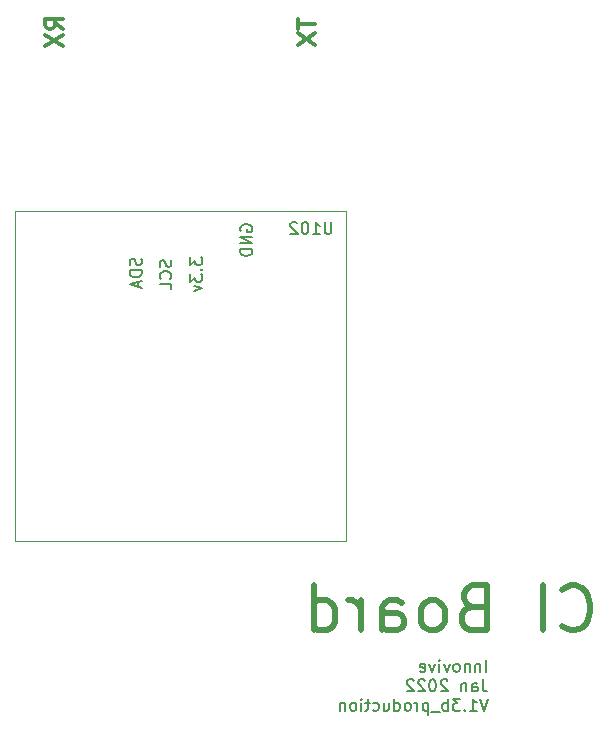
<source format=gbr>
G04 #@! TF.GenerationSoftware,KiCad,Pcbnew,(5.1.10)-1*
G04 #@! TF.CreationDate,2022-05-03T09:39:20-07:00*
G04 #@! TF.ProjectId,CI_ComPCB,43495f43-6f6d-4504-9342-2e6b69636164,rev?*
G04 #@! TF.SameCoordinates,Original*
G04 #@! TF.FileFunction,Legend,Bot*
G04 #@! TF.FilePolarity,Positive*
%FSLAX46Y46*%
G04 Gerber Fmt 4.6, Leading zero omitted, Abs format (unit mm)*
G04 Created by KiCad (PCBNEW (5.1.10)-1) date 2022-05-03 09:39:20*
%MOMM*%
%LPD*%
G01*
G04 APERTURE LIST*
%ADD10C,0.300000*%
%ADD11C,0.150000*%
%ADD12C,0.508000*%
%ADD13C,0.120000*%
G04 APERTURE END LIST*
D10*
X147318571Y-67987142D02*
X147318571Y-68844285D01*
X148818571Y-68415714D02*
X147318571Y-68415714D01*
X147318571Y-69201428D02*
X148818571Y-70201428D01*
X147318571Y-70201428D02*
X148818571Y-69201428D01*
X127458571Y-68810000D02*
X126744285Y-68310000D01*
X127458571Y-67952857D02*
X125958571Y-67952857D01*
X125958571Y-68524285D01*
X126030000Y-68667142D01*
X126101428Y-68738571D01*
X126244285Y-68810000D01*
X126458571Y-68810000D01*
X126601428Y-68738571D01*
X126672857Y-68667142D01*
X126744285Y-68524285D01*
X126744285Y-67952857D01*
X125958571Y-69310000D02*
X127458571Y-70310000D01*
X125958571Y-70310000D02*
X127458571Y-69310000D01*
D11*
X134044761Y-88275714D02*
X134092380Y-88418571D01*
X134092380Y-88656666D01*
X134044761Y-88751904D01*
X133997142Y-88799523D01*
X133901904Y-88847142D01*
X133806666Y-88847142D01*
X133711428Y-88799523D01*
X133663809Y-88751904D01*
X133616190Y-88656666D01*
X133568571Y-88466190D01*
X133520952Y-88370952D01*
X133473333Y-88323333D01*
X133378095Y-88275714D01*
X133282857Y-88275714D01*
X133187619Y-88323333D01*
X133140000Y-88370952D01*
X133092380Y-88466190D01*
X133092380Y-88704285D01*
X133140000Y-88847142D01*
X134092380Y-89275714D02*
X133092380Y-89275714D01*
X133092380Y-89513809D01*
X133140000Y-89656666D01*
X133235238Y-89751904D01*
X133330476Y-89799523D01*
X133520952Y-89847142D01*
X133663809Y-89847142D01*
X133854285Y-89799523D01*
X133949523Y-89751904D01*
X134044761Y-89656666D01*
X134092380Y-89513809D01*
X134092380Y-89275714D01*
X133806666Y-90228095D02*
X133806666Y-90704285D01*
X134092380Y-90132857D02*
X133092380Y-90466190D01*
X134092380Y-90799523D01*
X136574761Y-88409523D02*
X136622380Y-88552380D01*
X136622380Y-88790476D01*
X136574761Y-88885714D01*
X136527142Y-88933333D01*
X136431904Y-88980952D01*
X136336666Y-88980952D01*
X136241428Y-88933333D01*
X136193809Y-88885714D01*
X136146190Y-88790476D01*
X136098571Y-88600000D01*
X136050952Y-88504761D01*
X136003333Y-88457142D01*
X135908095Y-88409523D01*
X135812857Y-88409523D01*
X135717619Y-88457142D01*
X135670000Y-88504761D01*
X135622380Y-88600000D01*
X135622380Y-88838095D01*
X135670000Y-88980952D01*
X136527142Y-89980952D02*
X136574761Y-89933333D01*
X136622380Y-89790476D01*
X136622380Y-89695238D01*
X136574761Y-89552380D01*
X136479523Y-89457142D01*
X136384285Y-89409523D01*
X136193809Y-89361904D01*
X136050952Y-89361904D01*
X135860476Y-89409523D01*
X135765238Y-89457142D01*
X135670000Y-89552380D01*
X135622380Y-89695238D01*
X135622380Y-89790476D01*
X135670000Y-89933333D01*
X135717619Y-89980952D01*
X136622380Y-90885714D02*
X136622380Y-90409523D01*
X135622380Y-90409523D01*
X138222380Y-88171428D02*
X138222380Y-88790476D01*
X138603333Y-88457142D01*
X138603333Y-88600000D01*
X138650952Y-88695238D01*
X138698571Y-88742857D01*
X138793809Y-88790476D01*
X139031904Y-88790476D01*
X139127142Y-88742857D01*
X139174761Y-88695238D01*
X139222380Y-88600000D01*
X139222380Y-88314285D01*
X139174761Y-88219047D01*
X139127142Y-88171428D01*
X139127142Y-89219047D02*
X139174761Y-89266666D01*
X139222380Y-89219047D01*
X139174761Y-89171428D01*
X139127142Y-89219047D01*
X139222380Y-89219047D01*
X138222380Y-89600000D02*
X138222380Y-90219047D01*
X138603333Y-89885714D01*
X138603333Y-90028571D01*
X138650952Y-90123809D01*
X138698571Y-90171428D01*
X138793809Y-90219047D01*
X139031904Y-90219047D01*
X139127142Y-90171428D01*
X139174761Y-90123809D01*
X139222380Y-90028571D01*
X139222380Y-89742857D01*
X139174761Y-89647619D01*
X139127142Y-89600000D01*
X138555714Y-90552380D02*
X139222380Y-90790476D01*
X138555714Y-91028571D01*
X142500000Y-85948095D02*
X142452380Y-85852857D01*
X142452380Y-85710000D01*
X142500000Y-85567142D01*
X142595238Y-85471904D01*
X142690476Y-85424285D01*
X142880952Y-85376666D01*
X143023809Y-85376666D01*
X143214285Y-85424285D01*
X143309523Y-85471904D01*
X143404761Y-85567142D01*
X143452380Y-85710000D01*
X143452380Y-85805238D01*
X143404761Y-85948095D01*
X143357142Y-85995714D01*
X143023809Y-85995714D01*
X143023809Y-85805238D01*
X143452380Y-86424285D02*
X142452380Y-86424285D01*
X143452380Y-86995714D01*
X142452380Y-86995714D01*
X143452380Y-87471904D02*
X142452380Y-87471904D01*
X142452380Y-87710000D01*
X142500000Y-87852857D01*
X142595238Y-87948095D01*
X142690476Y-87995714D01*
X142880952Y-88043333D01*
X143023809Y-88043333D01*
X143214285Y-87995714D01*
X143309523Y-87948095D01*
X143404761Y-87852857D01*
X143452380Y-87710000D01*
X143452380Y-87471904D01*
D12*
X169724285Y-119390714D02*
X169905714Y-119572142D01*
X170450000Y-119753571D01*
X170812857Y-119753571D01*
X171357142Y-119572142D01*
X171720000Y-119209285D01*
X171901428Y-118846428D01*
X172082857Y-118120714D01*
X172082857Y-117576428D01*
X171901428Y-116850714D01*
X171720000Y-116487857D01*
X171357142Y-116125000D01*
X170812857Y-115943571D01*
X170450000Y-115943571D01*
X169905714Y-116125000D01*
X169724285Y-116306428D01*
X168091428Y-119753571D02*
X168091428Y-115943571D01*
X162104285Y-117757857D02*
X161560000Y-117939285D01*
X161378571Y-118120714D01*
X161197142Y-118483571D01*
X161197142Y-119027857D01*
X161378571Y-119390714D01*
X161560000Y-119572142D01*
X161922857Y-119753571D01*
X163374285Y-119753571D01*
X163374285Y-115943571D01*
X162104285Y-115943571D01*
X161741428Y-116125000D01*
X161560000Y-116306428D01*
X161378571Y-116669285D01*
X161378571Y-117032142D01*
X161560000Y-117395000D01*
X161741428Y-117576428D01*
X162104285Y-117757857D01*
X163374285Y-117757857D01*
X159020000Y-119753571D02*
X159382857Y-119572142D01*
X159564285Y-119390714D01*
X159745714Y-119027857D01*
X159745714Y-117939285D01*
X159564285Y-117576428D01*
X159382857Y-117395000D01*
X159020000Y-117213571D01*
X158475714Y-117213571D01*
X158112857Y-117395000D01*
X157931428Y-117576428D01*
X157750000Y-117939285D01*
X157750000Y-119027857D01*
X157931428Y-119390714D01*
X158112857Y-119572142D01*
X158475714Y-119753571D01*
X159020000Y-119753571D01*
X154484285Y-119753571D02*
X154484285Y-117757857D01*
X154665714Y-117395000D01*
X155028571Y-117213571D01*
X155754285Y-117213571D01*
X156117142Y-117395000D01*
X154484285Y-119572142D02*
X154847142Y-119753571D01*
X155754285Y-119753571D01*
X156117142Y-119572142D01*
X156298571Y-119209285D01*
X156298571Y-118846428D01*
X156117142Y-118483571D01*
X155754285Y-118302142D01*
X154847142Y-118302142D01*
X154484285Y-118120714D01*
X152670000Y-119753571D02*
X152670000Y-117213571D01*
X152670000Y-117939285D02*
X152488571Y-117576428D01*
X152307142Y-117395000D01*
X151944285Y-117213571D01*
X151581428Y-117213571D01*
X148678571Y-119753571D02*
X148678571Y-115943571D01*
X148678571Y-119572142D02*
X149041428Y-119753571D01*
X149767142Y-119753571D01*
X150130000Y-119572142D01*
X150311428Y-119390714D01*
X150492857Y-119027857D01*
X150492857Y-117939285D01*
X150311428Y-117576428D01*
X150130000Y-117395000D01*
X149767142Y-117213571D01*
X149041428Y-117213571D01*
X148678571Y-117395000D01*
D11*
X163264404Y-123252380D02*
X163264404Y-122252380D01*
X162788214Y-122585714D02*
X162788214Y-123252380D01*
X162788214Y-122680952D02*
X162740595Y-122633333D01*
X162645357Y-122585714D01*
X162502500Y-122585714D01*
X162407261Y-122633333D01*
X162359642Y-122728571D01*
X162359642Y-123252380D01*
X161883452Y-122585714D02*
X161883452Y-123252380D01*
X161883452Y-122680952D02*
X161835833Y-122633333D01*
X161740595Y-122585714D01*
X161597738Y-122585714D01*
X161502500Y-122633333D01*
X161454880Y-122728571D01*
X161454880Y-123252380D01*
X160835833Y-123252380D02*
X160931071Y-123204761D01*
X160978690Y-123157142D01*
X161026309Y-123061904D01*
X161026309Y-122776190D01*
X160978690Y-122680952D01*
X160931071Y-122633333D01*
X160835833Y-122585714D01*
X160692976Y-122585714D01*
X160597738Y-122633333D01*
X160550119Y-122680952D01*
X160502500Y-122776190D01*
X160502500Y-123061904D01*
X160550119Y-123157142D01*
X160597738Y-123204761D01*
X160692976Y-123252380D01*
X160835833Y-123252380D01*
X160169166Y-122585714D02*
X159931071Y-123252380D01*
X159692976Y-122585714D01*
X159312023Y-123252380D02*
X159312023Y-122585714D01*
X159312023Y-122252380D02*
X159359642Y-122300000D01*
X159312023Y-122347619D01*
X159264404Y-122300000D01*
X159312023Y-122252380D01*
X159312023Y-122347619D01*
X158931071Y-122585714D02*
X158692976Y-123252380D01*
X158454880Y-122585714D01*
X157692976Y-123204761D02*
X157788214Y-123252380D01*
X157978690Y-123252380D01*
X158073928Y-123204761D01*
X158121547Y-123109523D01*
X158121547Y-122728571D01*
X158073928Y-122633333D01*
X157978690Y-122585714D01*
X157788214Y-122585714D01*
X157692976Y-122633333D01*
X157645357Y-122728571D01*
X157645357Y-122823809D01*
X158121547Y-122919047D01*
X162978690Y-123902380D02*
X162978690Y-124616666D01*
X163026309Y-124759523D01*
X163121547Y-124854761D01*
X163264404Y-124902380D01*
X163359642Y-124902380D01*
X162073928Y-124902380D02*
X162073928Y-124378571D01*
X162121547Y-124283333D01*
X162216785Y-124235714D01*
X162407261Y-124235714D01*
X162502500Y-124283333D01*
X162073928Y-124854761D02*
X162169166Y-124902380D01*
X162407261Y-124902380D01*
X162502500Y-124854761D01*
X162550119Y-124759523D01*
X162550119Y-124664285D01*
X162502500Y-124569047D01*
X162407261Y-124521428D01*
X162169166Y-124521428D01*
X162073928Y-124473809D01*
X161597738Y-124235714D02*
X161597738Y-124902380D01*
X161597738Y-124330952D02*
X161550119Y-124283333D01*
X161454880Y-124235714D01*
X161312023Y-124235714D01*
X161216785Y-124283333D01*
X161169166Y-124378571D01*
X161169166Y-124902380D01*
X159978690Y-123997619D02*
X159931071Y-123950000D01*
X159835833Y-123902380D01*
X159597738Y-123902380D01*
X159502500Y-123950000D01*
X159454880Y-123997619D01*
X159407261Y-124092857D01*
X159407261Y-124188095D01*
X159454880Y-124330952D01*
X160026309Y-124902380D01*
X159407261Y-124902380D01*
X158788214Y-123902380D02*
X158692976Y-123902380D01*
X158597738Y-123950000D01*
X158550119Y-123997619D01*
X158502500Y-124092857D01*
X158454880Y-124283333D01*
X158454880Y-124521428D01*
X158502500Y-124711904D01*
X158550119Y-124807142D01*
X158597738Y-124854761D01*
X158692976Y-124902380D01*
X158788214Y-124902380D01*
X158883452Y-124854761D01*
X158931071Y-124807142D01*
X158978690Y-124711904D01*
X159026309Y-124521428D01*
X159026309Y-124283333D01*
X158978690Y-124092857D01*
X158931071Y-123997619D01*
X158883452Y-123950000D01*
X158788214Y-123902380D01*
X158073928Y-123997619D02*
X158026309Y-123950000D01*
X157931071Y-123902380D01*
X157692976Y-123902380D01*
X157597738Y-123950000D01*
X157550119Y-123997619D01*
X157502500Y-124092857D01*
X157502500Y-124188095D01*
X157550119Y-124330952D01*
X158121547Y-124902380D01*
X157502500Y-124902380D01*
X157121547Y-123997619D02*
X157073928Y-123950000D01*
X156978690Y-123902380D01*
X156740595Y-123902380D01*
X156645357Y-123950000D01*
X156597738Y-123997619D01*
X156550119Y-124092857D01*
X156550119Y-124188095D01*
X156597738Y-124330952D01*
X157169166Y-124902380D01*
X156550119Y-124902380D01*
X163407261Y-125552380D02*
X163073928Y-126552380D01*
X162740595Y-125552380D01*
X161883452Y-126552380D02*
X162454880Y-126552380D01*
X162169166Y-126552380D02*
X162169166Y-125552380D01*
X162264404Y-125695238D01*
X162359642Y-125790476D01*
X162454880Y-125838095D01*
X161454880Y-126457142D02*
X161407261Y-126504761D01*
X161454880Y-126552380D01*
X161502500Y-126504761D01*
X161454880Y-126457142D01*
X161454880Y-126552380D01*
X161073928Y-125552380D02*
X160454880Y-125552380D01*
X160788214Y-125933333D01*
X160645357Y-125933333D01*
X160550119Y-125980952D01*
X160502500Y-126028571D01*
X160454880Y-126123809D01*
X160454880Y-126361904D01*
X160502500Y-126457142D01*
X160550119Y-126504761D01*
X160645357Y-126552380D01*
X160931071Y-126552380D01*
X161026309Y-126504761D01*
X161073928Y-126457142D01*
X160026309Y-126552380D02*
X160026309Y-125552380D01*
X160026309Y-125933333D02*
X159931071Y-125885714D01*
X159740595Y-125885714D01*
X159645357Y-125933333D01*
X159597738Y-125980952D01*
X159550119Y-126076190D01*
X159550119Y-126361904D01*
X159597738Y-126457142D01*
X159645357Y-126504761D01*
X159740595Y-126552380D01*
X159931071Y-126552380D01*
X160026309Y-126504761D01*
X159359642Y-126647619D02*
X158597738Y-126647619D01*
X158359642Y-125885714D02*
X158359642Y-126885714D01*
X158359642Y-125933333D02*
X158264404Y-125885714D01*
X158073928Y-125885714D01*
X157978690Y-125933333D01*
X157931071Y-125980952D01*
X157883452Y-126076190D01*
X157883452Y-126361904D01*
X157931071Y-126457142D01*
X157978690Y-126504761D01*
X158073928Y-126552380D01*
X158264404Y-126552380D01*
X158359642Y-126504761D01*
X157454880Y-126552380D02*
X157454880Y-125885714D01*
X157454880Y-126076190D02*
X157407261Y-125980952D01*
X157359642Y-125933333D01*
X157264404Y-125885714D01*
X157169166Y-125885714D01*
X156692976Y-126552380D02*
X156788214Y-126504761D01*
X156835833Y-126457142D01*
X156883452Y-126361904D01*
X156883452Y-126076190D01*
X156835833Y-125980952D01*
X156788214Y-125933333D01*
X156692976Y-125885714D01*
X156550119Y-125885714D01*
X156454880Y-125933333D01*
X156407261Y-125980952D01*
X156359642Y-126076190D01*
X156359642Y-126361904D01*
X156407261Y-126457142D01*
X156454880Y-126504761D01*
X156550119Y-126552380D01*
X156692976Y-126552380D01*
X155502500Y-126552380D02*
X155502500Y-125552380D01*
X155502500Y-126504761D02*
X155597738Y-126552380D01*
X155788214Y-126552380D01*
X155883452Y-126504761D01*
X155931071Y-126457142D01*
X155978690Y-126361904D01*
X155978690Y-126076190D01*
X155931071Y-125980952D01*
X155883452Y-125933333D01*
X155788214Y-125885714D01*
X155597738Y-125885714D01*
X155502500Y-125933333D01*
X154597738Y-125885714D02*
X154597738Y-126552380D01*
X155026309Y-125885714D02*
X155026309Y-126409523D01*
X154978690Y-126504761D01*
X154883452Y-126552380D01*
X154740595Y-126552380D01*
X154645357Y-126504761D01*
X154597738Y-126457142D01*
X153692976Y-126504761D02*
X153788214Y-126552380D01*
X153978690Y-126552380D01*
X154073928Y-126504761D01*
X154121547Y-126457142D01*
X154169166Y-126361904D01*
X154169166Y-126076190D01*
X154121547Y-125980952D01*
X154073928Y-125933333D01*
X153978690Y-125885714D01*
X153788214Y-125885714D01*
X153692976Y-125933333D01*
X153407261Y-125885714D02*
X153026309Y-125885714D01*
X153264404Y-125552380D02*
X153264404Y-126409523D01*
X153216785Y-126504761D01*
X153121547Y-126552380D01*
X153026309Y-126552380D01*
X152692976Y-126552380D02*
X152692976Y-125885714D01*
X152692976Y-125552380D02*
X152740595Y-125600000D01*
X152692976Y-125647619D01*
X152645357Y-125600000D01*
X152692976Y-125552380D01*
X152692976Y-125647619D01*
X152073928Y-126552380D02*
X152169166Y-126504761D01*
X152216785Y-126457142D01*
X152264404Y-126361904D01*
X152264404Y-126076190D01*
X152216785Y-125980952D01*
X152169166Y-125933333D01*
X152073928Y-125885714D01*
X151931071Y-125885714D01*
X151835833Y-125933333D01*
X151788214Y-125980952D01*
X151740595Y-126076190D01*
X151740595Y-126361904D01*
X151788214Y-126457142D01*
X151835833Y-126504761D01*
X151931071Y-126552380D01*
X152073928Y-126552380D01*
X151312023Y-125885714D02*
X151312023Y-126552380D01*
X151312023Y-125980952D02*
X151264404Y-125933333D01*
X151169166Y-125885714D01*
X151026309Y-125885714D01*
X150931071Y-125933333D01*
X150883452Y-126028571D01*
X150883452Y-126552380D01*
D13*
X123393500Y-84220000D02*
X151393500Y-84220000D01*
X123393500Y-112220000D02*
X123393500Y-84220000D01*
X151393500Y-112220000D02*
X123393500Y-112220000D01*
X151393500Y-84220000D02*
X151393500Y-112220000D01*
D11*
X150164285Y-85192380D02*
X150164285Y-86001904D01*
X150116666Y-86097142D01*
X150069047Y-86144761D01*
X149973809Y-86192380D01*
X149783333Y-86192380D01*
X149688095Y-86144761D01*
X149640476Y-86097142D01*
X149592857Y-86001904D01*
X149592857Y-85192380D01*
X148592857Y-86192380D02*
X149164285Y-86192380D01*
X148878571Y-86192380D02*
X148878571Y-85192380D01*
X148973809Y-85335238D01*
X149069047Y-85430476D01*
X149164285Y-85478095D01*
X147973809Y-85192380D02*
X147878571Y-85192380D01*
X147783333Y-85240000D01*
X147735714Y-85287619D01*
X147688095Y-85382857D01*
X147640476Y-85573333D01*
X147640476Y-85811428D01*
X147688095Y-86001904D01*
X147735714Y-86097142D01*
X147783333Y-86144761D01*
X147878571Y-86192380D01*
X147973809Y-86192380D01*
X148069047Y-86144761D01*
X148116666Y-86097142D01*
X148164285Y-86001904D01*
X148211904Y-85811428D01*
X148211904Y-85573333D01*
X148164285Y-85382857D01*
X148116666Y-85287619D01*
X148069047Y-85240000D01*
X147973809Y-85192380D01*
X147259523Y-85287619D02*
X147211904Y-85240000D01*
X147116666Y-85192380D01*
X146878571Y-85192380D01*
X146783333Y-85240000D01*
X146735714Y-85287619D01*
X146688095Y-85382857D01*
X146688095Y-85478095D01*
X146735714Y-85620952D01*
X147307142Y-86192380D01*
X146688095Y-86192380D01*
M02*

</source>
